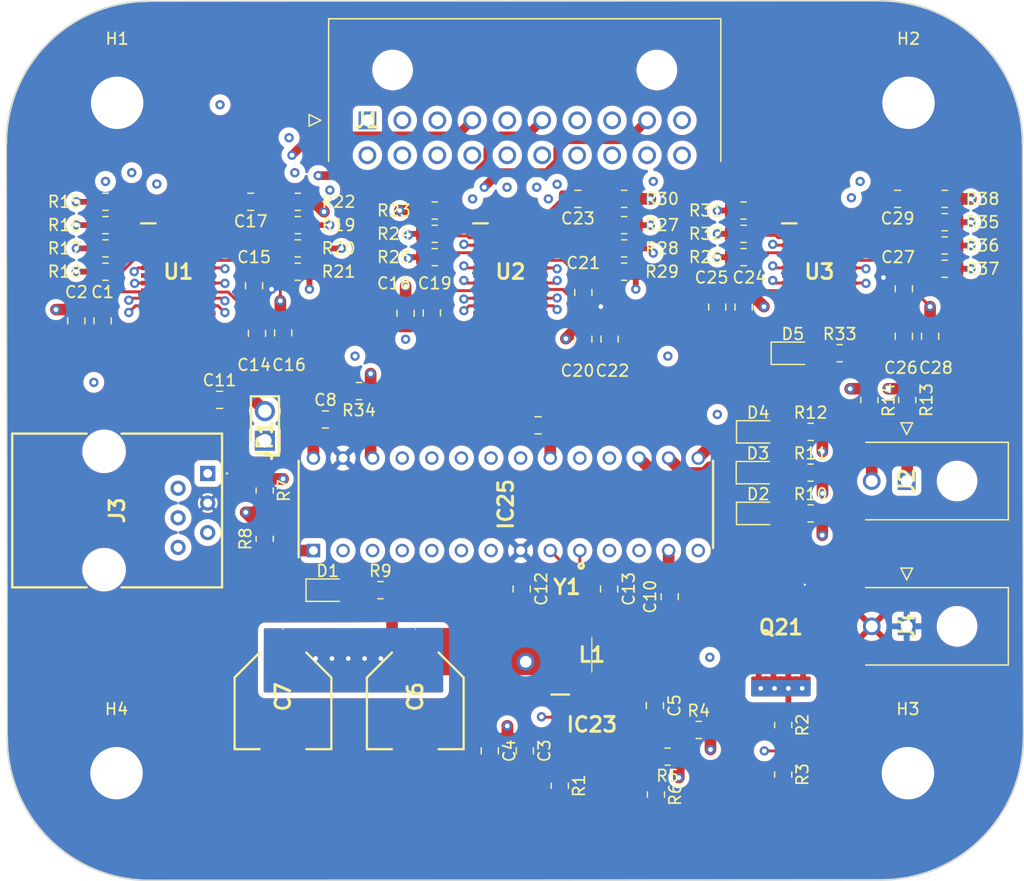
<source format=kicad_pcb>
(kicad_pcb (version 20221018) (generator pcbnew)

  (general
    (thickness 1.6)
  )

  (paper "A4")
  (layers
    (0 "F.Cu" signal)
    (1 "In1.Cu" signal)
    (2 "In2.Cu" signal)
    (31 "B.Cu" signal)
    (32 "B.Adhes" user "B.Adhesive")
    (33 "F.Adhes" user "F.Adhesive")
    (34 "B.Paste" user)
    (35 "F.Paste" user)
    (36 "B.SilkS" user "B.Silkscreen")
    (37 "F.SilkS" user "F.Silkscreen")
    (38 "B.Mask" user)
    (39 "F.Mask" user)
    (40 "Dwgs.User" user "User.Drawings")
    (41 "Cmts.User" user "User.Comments")
    (42 "Eco1.User" user "User.Eco1")
    (43 "Eco2.User" user "User.Eco2")
    (44 "Edge.Cuts" user)
    (45 "Margin" user)
    (46 "B.CrtYd" user "B.Courtyard")
    (47 "F.CrtYd" user "F.Courtyard")
    (48 "B.Fab" user)
    (49 "F.Fab" user)
    (50 "User.1" user)
    (51 "User.2" user)
    (52 "User.3" user)
    (53 "User.4" user)
    (54 "User.5" user)
    (55 "User.6" user)
    (56 "User.7" user)
    (57 "User.8" user)
    (58 "User.9" user)
  )

  (setup
    (stackup
      (layer "F.SilkS" (type "Top Silk Screen"))
      (layer "F.Paste" (type "Top Solder Paste"))
      (layer "F.Mask" (type "Top Solder Mask") (thickness 0.01))
      (layer "F.Cu" (type "copper") (thickness 0.035))
      (layer "dielectric 1" (type "prepreg") (thickness 0.1) (material "FR4") (epsilon_r 4.5) (loss_tangent 0.02))
      (layer "In1.Cu" (type "copper") (thickness 0.035))
      (layer "dielectric 2" (type "prepreg") (thickness 1.24) (material "FR4") (epsilon_r 4.5) (loss_tangent 0.02))
      (layer "In2.Cu" (type "copper") (thickness 0.035))
      (layer "dielectric 3" (type "prepreg") (thickness 0.1) (material "FR4") (epsilon_r 4.5) (loss_tangent 0.02))
      (layer "B.Cu" (type "copper") (thickness 0.035))
      (layer "B.Mask" (type "Bottom Solder Mask") (thickness 0.01))
      (layer "B.Paste" (type "Bottom Solder Paste"))
      (layer "B.SilkS" (type "Bottom Silk Screen"))
      (copper_finish "None")
      (dielectric_constraints no)
    )
    (pad_to_mask_clearance 0)
    (pcbplotparams
      (layerselection 0x00010fc_ffffffff)
      (plot_on_all_layers_selection 0x0000000_00000000)
      (disableapertmacros false)
      (usegerberextensions false)
      (usegerberattributes true)
      (usegerberadvancedattributes true)
      (creategerberjobfile true)
      (dashed_line_dash_ratio 12.000000)
      (dashed_line_gap_ratio 3.000000)
      (svgprecision 4)
      (plotframeref false)
      (viasonmask false)
      (mode 1)
      (useauxorigin false)
      (hpglpennumber 1)
      (hpglpenspeed 20)
      (hpglpendiameter 15.000000)
      (dxfpolygonmode true)
      (dxfimperialunits true)
      (dxfusepcbnewfont true)
      (psnegative false)
      (psa4output false)
      (plotreference true)
      (plotvalue true)
      (plotinvisibletext false)
      (sketchpadsonfab false)
      (subtractmaskfromsilk false)
      (outputformat 1)
      (mirror false)
      (drillshape 0)
      (scaleselection 1)
      (outputdirectory "Outputs/")
    )
  )

  (net 0 "")
  (net 1 "+24V")
  (net 2 "GND")
  (net 3 "Net-(IC23-SW)")
  (net 4 "Net-(IC23-BOOT)")
  (net 5 "+5V")
  (net 6 "Net-(IC25-VCAP_OR_VDDCORE)")
  (net 7 "Net-(IC25-VDD)")
  (net 8 "Net-(JP1-B)")
  (net 9 "Net-(IC25-OSCI{slash}CLKI{slash}AN13{slash}CN30{slash}RA2)")
  (net 10 "Net-(IC25-OSCO{slash}CLKO{slash}AN14{slash}CN29{slash}RA3)")
  (net 11 "Net-(D1-A)")
  (net 12 "Net-(D2-K)")
  (net 13 "Net-(D2-A)")
  (net 14 "Net-(D3-K)")
  (net 15 "Net-(D3-A)")
  (net 16 "Net-(D4-K)")
  (net 17 "Net-(D4-A)")
  (net 18 "Gate 1")
  (net 19 "Gate 2")
  (net 20 "Gate 3")
  (net 21 "SPI_MOSI")
  (net 22 "SPI_CHAIN")
  (net 23 "Gate 4")
  (net 24 "Gate 5")
  (net 25 "Gate 6")
  (net 26 "Gate 7")
  (net 27 "Gate 8")
  (net 28 "Net-(U1-VDD)")
  (net 29 "Net-(U2-VDD)")
  (net 30 "SPI_SS")
  (net 31 "SPI_SCLK")
  (net 32 "Gate 9")
  (net 33 "Gate 10")
  (net 34 "Gate 11")
  (net 35 "Gate 12")
  (net 36 "Gate 13")
  (net 37 "SPI_MISO")
  (net 38 "Gate 14")
  (net 39 "Gate 15")
  (net 40 "Gate 16")
  (net 41 "Gate 17")
  (net 42 "Gate 18")
  (net 43 "Net-(U3-VDD)")
  (net 44 "Net-(D5-A)")
  (net 45 "Gate 19")
  (net 46 "Gate 20")
  (net 47 "Net-(IC23-EN)")
  (net 48 "Net-(IC23-RT{slash}SYNC)")
  (net 49 "Net-(IC23-FB)")
  (net 50 "Net-(IC23-PG)")
  (net 51 "Net-(IC25-MCLR{slash}VPP{slash}RA5)")
  (net 52 "PGD")
  (net 53 "PGC")
  (net 54 "I2C_SDA")
  (net 55 "I2C_SCLK")
  (net 56 "unconnected-(IC25-SOSCI{slash}AN15{slash}~{U2RTS}{slash}U2BCLK{slash}CN1{slash}RB4-Pad11)")
  (net 57 "unconnected-(IC25-PGED3{slash}AN17{slash}ASDA1{slash}SCK2{slash}IC4{slash}OC1E{slash}CLCINA{slash}CN27{slash}RB5-Pad14)")
  (net 58 "unconnected-(IC25-AN21{slash}SDA1{slash}T1CK{slash}U1RTS{slash}U1BCLK{slash}IC2{slash}OC4{slash}CLC1O{slash}CTED4{slash}CN21{slash}RB9-Pad18)")
  (net 59 "unconnected-(IC25-SDI2{slash}IC1{slash}OC5{slash}CLC2O{slash}CTED3{slash}CN9{slash}RA7-Pad19)")
  (net 60 "unconnected-(IC25-DAC1OUT{slash}AN12{slash}HLVDIN{slash}~{SS2}{slash}IC3{slash}OC2B{slash}CTED2{slash}INT2{slash}CN14{slash}RB12-Pad23)")
  (net 61 "unconnected-(IC25-DAC2OUT{slash}CVREF{slash}OA1IND{slash}OA2IND{slash}AN10{slash}C3INB{slash}RTCC{slash}C1OUT{slash}OCFA{slash}CTED5{slash}INT1{slash}CN12{slash}RB14-Pad25)")
  (net 62 "MCLR")
  (net 63 "unconnected-(J3-Pad6)")
  (net 64 "Net-(J4-Pin_2)")
  (net 65 "Net-(U1-CSB)")
  (net 66 "Net-(U1-SCLK)")
  (net 67 "Net-(U1-SI)")
  (net 68 "Net-(U1-SO)")
  (net 69 "Net-(U1-IN0)")
  (net 70 "IN0")
  (net 71 "Net-(U1-IN1)")
  (net 72 "IN1")
  (net 73 "Net-(U1-IDLE)")
  (net 74 "IDLE")
  (net 75 "Net-(U2-CSB)")
  (net 76 "Net-(U2-SCLK)")
  (net 77 "SPI_CHAIN2")
  (net 78 "Net-(U2-SO)")
  (net 79 "Net-(U3-SO)")
  (net 80 "Net-(U2-IN0)")
  (net 81 "Net-(U2-IN1)")
  (net 82 "Net-(U2-IDLE)")
  (net 83 "Net-(U3-CSB)")
  (net 84 "Net-(U3-SCLK)")
  (net 85 "Net-(U3-OUT7)")
  (net 86 "Net-(U3-IN0)")
  (net 87 "Net-(U3-IN1)")
  (net 88 "Net-(U3-IDLE)")
  (net 89 "unconnected-(U1-NC-Pad7)")
  (net 90 "unconnected-(U1-NC-Pad12)")
  (net 91 "unconnected-(U1-NC-Pad13)")
  (net 92 "unconnected-(U1-NC-Pad18)")
  (net 93 "unconnected-(U2-NC-Pad7)")
  (net 94 "unconnected-(U2-NC-Pad12)")
  (net 95 "unconnected-(U2-NC-Pad13)")
  (net 96 "unconnected-(U2-NC-Pad18)")
  (net 97 "unconnected-(U3-NC-Pad7)")
  (net 98 "unconnected-(U3-OUT4-Pad10)")
  (net 99 "unconnected-(U3-OUT6-Pad11)")
  (net 100 "unconnected-(U3-NC-Pad12)")
  (net 101 "unconnected-(U3-NC-Pad13)")
  (net 102 "unconnected-(U3-OUT5-Pad15)")
  (net 103 "unconnected-(U3-NC-Pad18)")

  (footprint "Library:HDRV2W67P0X254_1X2_508X241X858P" (layer "F.Cu") (at 101.93 108.76 90))

  (footprint "Capacitor_SMD:C_0805_2012Metric_Pad1.18x1.45mm_HandSolder" (layer "F.Cu") (at 98.0375 105.25))

  (footprint "Capacitor_SMD:C_0805_2012Metric_Pad1.18x1.45mm_HandSolder" (layer "F.Cu") (at 107.1225 106.938))

  (footprint "Capacitor_SMD:C_0805_2012Metric_Pad1.18x1.45mm_HandSolder" (layer "F.Cu") (at 116.25 97.7875 -90))

  (footprint "Capacitor_SMD:C_0805_2012Metric_Pad1.18x1.45mm_HandSolder" (layer "F.Cu") (at 124.23 135.38 -90))

  (footprint "Resistor_SMD:R_0805_2012Metric_Pad1.20x1.40mm_HandSolder" (layer "F.Cu") (at 132.75 94.25))

  (footprint "Library:EEHZT1E331UP" (layer "F.Cu") (at 114.83 131.09 -90))

  (footprint "Capacitor_SMD:C_0805_2012Metric_Pad1.18x1.45mm_HandSolder" (layer "F.Cu") (at 123.96 121.4875 -90))

  (footprint "Resistor_SMD:R_0805_2012Metric_Pad1.20x1.40mm_HandSolder" (layer "F.Cu") (at 151.25 101.25))

  (footprint "Capacitor_SMD:C_0805_2012Metric_Pad1.18x1.45mm_HandSolder" (layer "F.Cu") (at 101.25 99.5375 -90))

  (footprint "Library:EEHZT1E331UP" (layer "F.Cu") (at 103.48 131.09 -90))

  (footprint "Resistor_SMD:R_0805_2012Metric_Pad1.20x1.40mm_HandSolder" (layer "F.Cu") (at 127.23 138.38 -90))

  (footprint "Capacitor_SMD:C_0805_2012Metric_Pad1.18x1.45mm_HandSolder" (layer "F.Cu") (at 128.7875 88 180))

  (footprint "Capacitor_SMD:C_0805_2012Metric_Pad1.18x1.45mm_HandSolder" (layer "F.Cu") (at 156.75 95.7125 -90))

  (footprint "Resistor_SMD:R_0805_2012Metric_Pad1.20x1.40mm_HandSolder" (layer "F.Cu") (at 104.75 90.25))

  (footprint "Capacitor_SMD:C_0805_2012Metric_Pad1.18x1.45mm_HandSolder" (layer "F.Cu") (at 125.3725 107.438))

  (footprint "Capacitor_SMD:C_0805_2012Metric_Pad1.18x1.45mm_HandSolder" (layer "F.Cu") (at 131.5 100.0375 -90))

  (footprint "Capacitor_SMD:C_0805_2012Metric_Pad1.18x1.45mm_HandSolder" (layer "F.Cu") (at 131.46 121.4875 -90))

  (footprint "Resistor_SMD:R_0805_2012Metric_Pad1.20x1.40mm_HandSolder" (layer "F.Cu") (at 146.4 137.42 -90))

  (footprint "Capacitor_SMD:C_0805_2012Metric_Pad1.18x1.45mm_HandSolder" (layer "F.Cu") (at 88 98.4625 -90))

  (footprint "Capacitor_SMD:C_0805_2012Metric_Pad1.18x1.45mm_HandSolder" (layer "F.Cu") (at 129.25 96.0375 -90))

  (footprint "LED_SMD:LED_0805_2012Metric_Pad1.15x1.40mm_HandSolder" (layer "F.Cu") (at 107.315 121.59))

  (footprint "Capacitor_SMD:C_0805_2012Metric_Pad1.18x1.45mm_HandSolder" (layer "F.Cu") (at 114 97.825 -90))

  (footprint "Resistor_SMD:R_0805_2012Metric_Pad1.20x1.40mm_HandSolder" (layer "F.Cu") (at 132.75 88))

  (footprint "Resistor_SMD:R_0805_2012Metric_Pad1.20x1.40mm_HandSolder" (layer "F.Cu") (at 160.25 90))

  (footprint "Resistor_SMD:R_0805_2012Metric_Pad1.20x1.40mm_HandSolder" (layer "F.Cu") (at 160.25 88))

  (footprint "Capacitor_SMD:C_0805_2012Metric_Pad1.18x1.45mm_HandSolder" (layer "F.Cu") (at 101 95.4625 -90))

  (footprint "Resistor_SMD:R_0805_2012Metric_Pad1.20x1.40mm_HandSolder" (layer "F.Cu") (at 146.4 133.17 -90))

  (footprint "MountingHole:MountingHole_4.5mm_Pad" (layer "F.Cu") (at 89.25 79.75))

  (footprint "Resistor_SMD:R_0805_2012Metric_Pad1.20x1.40mm_HandSolder" (layer "F.Cu") (at 116.5 89))

  (footprint "MountingHole:MountingHole_4.5mm_Pad" (layer "F.Cu") (at 157.1 137.3))

  (footprint "Resistor_SMD:R_0805_2012Metric_Pad1.20x1.40mm_HandSolder" (layer "F.Cu") (at 148.75 111.5))

  (footprint "Resistor_SMD:R_0805_2012Metric_Pad1.20x1.40mm_HandSolder" (layer "F.Cu") (at 104.75 92.25))

  (footprint "Library:LQH3NPN100MMEL" (layer "F.Cu") (at 129.98 127.13 180))

  (footprint "Library:DIP794W56P254L3486H508Q28N" (layer "F.Cu") (at 122.6 114.219 90))

  (footprint "Resistor_SMD:R_0805_2012Metric_Pad1.20x1.40mm_HandSolder" (layer "F.Cu") (at 153.79 105.27 -90))

  (footprint "Capacitor_SMD:C_0805_2012Metric_Pad1.18x1.45mm_HandSolder" (layer "F.Cu") (at 136.66 122.1505 90))

  (footprint "Resistor_SMD:R_0805_2012Metric_Pad1.20x1.40mm_HandSolder" (layer "F.Cu") (at 139.15 133.59))

  (footprint "Capacitor_SMD:C_0805_2012Metric_Pad1.18x1.45mm_HandSolder" (layer "F.Cu") (at 159 99.7875 -90))

  (footprint "Resistor_SMD:R_0805_2012Metric_Pad1.20x1.40mm_HandSolder" (layer "F.Cu") (at 148.75 108))

  (footprint "Library:43045-02YY" (layer "F.Cu") (at 156.9946 112.22175 90))

  (footprint "Resistor_SMD:R_0805_2012Metric_Pad1.20x1.40mm_HandSolder" (layer "F.Cu") (at 143 91))

  (footprint "Resistor_SMD:R_0805_2012Metric_Pad1.20x1.40mm_HandSolder" (layer "F.Cu") (at 160.25 94))

  (footprint "Resistor_SMD:R_0805_2012Metric_Pad1.20x1.40mm_HandSolder" (layer "F.Cu") (at 104.75 94.25))

  (footprint "Library:ABM8G" (layer "F.Cu") (at 127.85 121.32125 180))

  (footprint "Capacitor_SMD:C_0805_2012Metric_Pad1.18x1.45mm_HandSolder" (layer "F.Cu") (at 100.7125 88.25 180))

  (footprint "Resistor_SMD:R_0805_2012Metric_Pad1.20x1.40mm_HandSolder" (layer "F.Cu") (at 88.25 90.25))

  (footprint "Capacitor_SMD:C_0805_2012Metric_Pad1.18x1.45mm_HandSolder" (layer "F.Cu") (at 156.2125 88 180))

  (footprint "Resistor_SMD:R_0805_2012Metric_Pad1.20x1.40mm_HandSolder" (layer "F.Cu") (at 143 93))

  (footprint "Resistor_SMD:R_0805_2012Metric_Pad1.20x1.40mm_HandSolder" (layer "F.Cu") (at 157.04 105.27 -90))

  (footprint "Resistor_SMD:R_0805_2012Metric_Pad1.20x1.40mm_HandSolder" (layer "F.Cu") (at 136.48 135.88 180))

  (footprint "Resistor_SMD:R_0805_2012Metric_Pad1.20x1.40mm_HandSolder" (layer "F.Cu") (at 132.75 92.25))

  (footprint "Resistor_SMD:R_0805_2012Metric_Pad1.20x1.40mm_HandSolder" (layer "F.Cu") (at 110 104.5 180))

  (footprint "Capacitor_SMD:C_0805_2012Metric_Pad1.18x1.45mm_HandSolder" (layer "F.Cu")
    (tstamp 9efca38f-f098-411f-8db5-8036549a4932)
    (at 129.25 100.0375 -90)
    (descr "Capacitor SMD 0805 (2012 Metric), square (rectangular) end terminal, IPC_7351 nominal with elongated pad for handsoldering. (Body size source: IPC-SM-782 page 76, https://www.pcb-3d.com/wordpress/wp-content/uploads/ipc-sm-782a_amendment_1_and_2.pdf, https://docs.google.com/spreadsheets/d/1BsfQQcO9C6DZCsRaXUlFlo91Tg2WpOkGARC1WS5S8t0/edit?usp=sharing), generated with kicad-footprint-generator")
    (tags "capacitor handsolder")
    (property "Sheetfile" "GD.kicad_sch")
    (property "Sheetname" "Gate Drivers")
    (property "ki_description" "Unpolarized capacitor, small symbol")
    (property "ki_keywords" "capacitor cap")
    (path "/84afdb75-83e8-4e23-b213-c38f5e96ed5c/02865654-27a7-444d-8772-051f22c36c87")
    (attr smd)
    (fp_text reference "C20" (at 2.7125 0.5 -180) (layer "F.SilkS")
        (effects (font (size 1 1) (thickness 0.15)))
      (tstamp 122eb669-e1f8-453e-980d-7bc98958c013)
    )
    (fp_text value "100nF" (at 0 1.68 90) (layer "F.Fab")
        (effects (font (size 1 1) (thickness 0.15)))
      (tstamp 1534ddd7-e011-4a25-9228-e5d1e3be4eb2)
    )
    (fp_text user "${REFERENCE}" (at 0 0 90) (layer "F.Fab")
        (effects (font (size 0.5 0.5) (thickness 0.08)))
      (tstamp 65a587c0-bc5d-465e-b33c-ed8781dcccc4)
    )
    (fp_line (start -0.261252 -0.735) (end 0.261252 -0.735)
      (stroke (width 0.12) (type solid)) (layer "F.SilkS") (tstamp dc536784-30f1-4436-8aaa-6e9629d2653b))
    (fp_line (start -0.261252 0.735) (end 0.261252 0.735)
      (stroke (width 0.12) (type solid)) (layer "F.SilkS") (tstamp 78388cf0-cf80-429e-bce7-3266af6660ba))
    (fp_line (start -1.88 -0.98) (end 1.88 -0.98)
      (stroke (width 0.05) (type solid)) (layer "F.CrtYd") (tstamp 01446bce-57a9-4c21-8b8c-9385e21fb4c2))
    (fp_line (start -1.88 0.98) (end -1.88 -0.98)
      (stroke (width 0.05) (type solid)) (layer "F.CrtYd") (tstamp 4d2c0e75-6008-4de6-9f2a-f7ba979beb6d))
    (fp_line (start 1.88 -0.98) (end 1.88 0.98)
      (stroke (width 0.05) (type solid)) (layer "F.CrtYd") (tstamp cb4481d2-e808-4df2-9d43-b11c4914637c))
    (fp_line (start 1.88 0.98) (end -1.88 0.98)
      (stroke (width 0.05) (type solid)) (lay
... [1375884 chars truncated]
</source>
